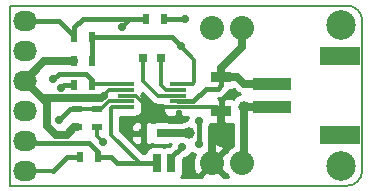
<source format=gbr>
G04 #@! TF.FileFunction,Copper,L1,Top,Signal*
%FSLAX46Y46*%
G04 Gerber Fmt 4.6, Leading zero omitted, Abs format (unit mm)*
G04 Created by KiCad (PCBNEW 4.0.4-stable) date 02/22/17 18:27:42*
%MOMM*%
%LPD*%
G01*
G04 APERTURE LIST*
%ADD10C,0.100000*%
%ADD11C,0.150000*%
%ADD12C,2.500000*%
%ADD13R,0.800000X0.750000*%
%ADD14R,0.762000X1.524000*%
%ADD15R,3.200000X0.995680*%
%ADD16R,3.200000X0.998220*%
%ADD17R,3.398520X1.498600*%
%ADD18R,3.395980X1.498600*%
%ADD19C,2.032000*%
%ADD20O,2.032000X2.032000*%
%ADD21O,2.032000X1.727200*%
%ADD22R,0.900000X0.500000*%
%ADD23R,0.500000X0.900000*%
%ADD24R,1.400000X0.300000*%
%ADD25R,1.700000X0.900000*%
%ADD26C,0.700000*%
%ADD27C,1.000000*%
%ADD28C,0.304800*%
%ADD29C,0.635000*%
%ADD30C,0.381000*%
%ADD31C,0.254000*%
G04 APERTURE END LIST*
D10*
D11*
X163830000Y-70485000D02*
X135255000Y-70485000D01*
X165100000Y-69215000D02*
X165100000Y-56515000D01*
X163830000Y-55245000D02*
X137160000Y-55245000D01*
X165100000Y-56515000D02*
G75*
G03X163830000Y-55245000I-1270000J0D01*
G01*
X163830000Y-70485000D02*
G75*
G03X165100000Y-69215000I0J1270000D01*
G01*
X137160000Y-55245000D02*
X135255000Y-55245000D01*
X135255000Y-55245000D02*
X135255000Y-70485000D01*
D12*
X163322000Y-56896000D03*
X163322000Y-68834000D03*
D13*
X146570000Y-66040000D03*
X148070000Y-66040000D03*
X146570000Y-59690000D03*
X148070000Y-59690000D03*
D14*
X148936000Y-68580000D03*
X147736000Y-68580000D03*
D15*
X157480000Y-63865760D03*
D16*
X157480000Y-61864240D03*
D17*
X163228020Y-66210180D03*
D18*
X163228020Y-59517280D03*
D19*
X152400000Y-57150000D03*
D20*
X154940000Y-57150000D03*
D19*
X152400000Y-68580000D03*
D20*
X154940000Y-68580000D03*
D21*
X136525000Y-69215000D03*
X136525000Y-66675000D03*
X136525000Y-64135000D03*
X136525000Y-61595000D03*
X136525000Y-59055000D03*
X136525000Y-56515000D03*
D22*
X140970000Y-64020000D03*
X140970000Y-65520000D03*
X142621000Y-65520000D03*
X142621000Y-64020000D03*
D23*
X142736000Y-68072000D03*
X141236000Y-68072000D03*
X142228000Y-59944000D03*
X140728000Y-59944000D03*
X142228000Y-57912000D03*
X140728000Y-57912000D03*
X142228000Y-61976000D03*
X140728000Y-61976000D03*
X146824000Y-56388000D03*
X148324000Y-56388000D03*
D24*
X149520000Y-63865000D03*
X149520000Y-63365000D03*
X149520000Y-62865000D03*
X149520000Y-62365000D03*
X149520000Y-61865000D03*
X145120000Y-61865000D03*
X145120000Y-62365000D03*
X145120000Y-62865000D03*
X145120000Y-63365000D03*
X145120000Y-63865000D03*
D25*
X153162000Y-64188000D03*
X153162000Y-61288000D03*
D26*
X143192500Y-62865000D03*
D27*
X155067000Y-63817500D03*
X150431500Y-66040000D03*
D26*
X139446000Y-64897000D03*
X149860000Y-67183000D03*
X143129000Y-66802000D03*
X149733000Y-58674000D03*
X144780000Y-57086500D03*
X151257000Y-65024000D03*
X151257000Y-66929000D03*
X150114000Y-56388000D03*
X139573000Y-62230000D03*
X138938000Y-61468000D03*
D28*
X146570000Y-66040000D02*
X146570000Y-65329500D01*
X148034500Y-63865000D02*
X149520000Y-63865000D01*
X146570000Y-65329500D02*
X148034500Y-63865000D01*
X145120000Y-62865000D02*
X145923000Y-62865000D01*
X146570000Y-63512000D02*
X146570000Y-66040000D01*
X145923000Y-62865000D02*
X146570000Y-63512000D01*
D29*
X153162000Y-64188000D02*
X153162000Y-66040000D01*
X152400000Y-66802000D02*
X152400000Y-68580000D01*
X153162000Y-66040000D02*
X152400000Y-66802000D01*
D28*
X149520000Y-63865000D02*
X152839000Y-63865000D01*
X152839000Y-63865000D02*
X153162000Y-64188000D01*
D29*
X140970000Y-65520000D02*
X140728000Y-65520000D01*
X140728000Y-65520000D02*
X140081000Y-66167000D01*
X140081000Y-66167000D02*
X139192000Y-66167000D01*
X139192000Y-66167000D02*
X138430000Y-65405000D01*
X138430000Y-65405000D02*
X138430000Y-63500000D01*
X138430000Y-63500000D02*
X136525000Y-61595000D01*
X139192000Y-63055500D02*
X137985500Y-63055500D01*
D28*
X137985500Y-63055500D02*
X136525000Y-61595000D01*
D29*
X140728000Y-59944000D02*
X138176000Y-59944000D01*
X138176000Y-59944000D02*
X136525000Y-61595000D01*
D28*
X143192500Y-62865000D02*
X143002000Y-63055500D01*
D29*
X143002000Y-63055500D02*
X142430500Y-63055500D01*
X155067000Y-63817500D02*
X155067000Y-68453000D01*
D28*
X155067000Y-68453000D02*
X154940000Y-68580000D01*
D29*
X157480000Y-63865760D02*
X155115260Y-63865760D01*
D28*
X155115260Y-63865760D02*
X155067000Y-63817500D01*
D29*
X150431500Y-66040000D02*
X148070000Y-66040000D01*
X140652500Y-63055500D02*
X139192000Y-63055500D01*
D28*
X139192000Y-63055500D02*
X138620500Y-63055500D01*
X140728000Y-59944000D02*
X139065000Y-59944000D01*
X145120000Y-62365000D02*
X143692500Y-62365000D01*
X143692500Y-62365000D02*
X143002000Y-63055500D01*
X143002000Y-63055500D02*
X142430500Y-63055500D01*
D29*
X142430500Y-63055500D02*
X140652500Y-63055500D01*
D28*
X149520000Y-62865000D02*
X147764500Y-62865000D01*
X146570000Y-61670500D02*
X146570000Y-59690000D01*
X147764500Y-62865000D02*
X146570000Y-61670500D01*
X148070000Y-59690000D02*
X148070000Y-61964000D01*
X148471000Y-62365000D02*
X149520000Y-62365000D01*
X148070000Y-61964000D02*
X148471000Y-62365000D01*
D30*
X140323000Y-64020000D02*
X140970000Y-64020000D01*
X139446000Y-64897000D02*
X140323000Y-64020000D01*
D28*
X140462000Y-64020000D02*
X142494000Y-64020000D01*
X145120000Y-63365000D02*
X143645000Y-63365000D01*
X143645000Y-63365000D02*
X142990000Y-64020000D01*
X142990000Y-64020000D02*
X142621000Y-64020000D01*
X142990000Y-64020000D02*
X142494000Y-64020000D01*
X143645000Y-63365000D02*
X142990000Y-64020000D01*
X148936000Y-68580000D02*
X148936000Y-68107000D01*
D30*
X148936000Y-68107000D02*
X149860000Y-67183000D01*
D28*
X142621000Y-65520000D02*
X142621000Y-66294000D01*
X142621000Y-66294000D02*
X143129000Y-66802000D01*
D30*
X139192000Y-66865500D02*
X136715500Y-66865500D01*
D28*
X136715500Y-66865500D02*
X136525000Y-66675000D01*
X142736000Y-68072000D02*
X142736000Y-67679000D01*
D30*
X142736000Y-67679000D02*
X141922500Y-66865500D01*
X141922500Y-66865500D02*
X139192000Y-66865500D01*
D28*
X139192000Y-66865500D02*
X137350500Y-66865500D01*
X137350500Y-66865500D02*
X137160000Y-66675000D01*
D30*
X147736000Y-68580000D02*
X144335500Y-68580000D01*
X143827500Y-68072000D02*
X142736000Y-68072000D01*
X144335500Y-68580000D02*
X143827500Y-68072000D01*
D28*
X145120000Y-63865000D02*
X143907000Y-63865000D01*
X146240500Y-68580000D02*
X147736000Y-68580000D01*
X143827500Y-66167000D02*
X146240500Y-68580000D01*
X143827500Y-63944500D02*
X143827500Y-66167000D01*
X143907000Y-63865000D02*
X143827500Y-63944500D01*
X149733000Y-58674000D02*
X150876000Y-59817000D01*
X150733000Y-61865000D02*
X149520000Y-61865000D01*
X150733000Y-61865000D02*
X150876000Y-61722000D01*
X150876000Y-61722000D02*
X150876000Y-59817000D01*
D30*
X148717000Y-57912000D02*
X148971000Y-57912000D01*
X148971000Y-57912000D02*
X149733000Y-58674000D01*
X142228000Y-59944000D02*
X142228000Y-57912000D01*
X148717000Y-57912000D02*
X142228000Y-57912000D01*
X138049000Y-56515000D02*
X136525000Y-56515000D01*
D28*
X146824000Y-56388000D02*
X145478500Y-56388000D01*
X145478500Y-56388000D02*
X144780000Y-57086500D01*
D30*
X140728000Y-57912000D02*
X140728000Y-57074500D01*
X141414500Y-56388000D02*
X146824000Y-56388000D01*
X140728000Y-57074500D02*
X141414500Y-56388000D01*
D28*
X140728000Y-57912000D02*
X140728000Y-57797000D01*
D30*
X140728000Y-57797000D02*
X139446000Y-56515000D01*
X139446000Y-56515000D02*
X138049000Y-56515000D01*
D28*
X138049000Y-56515000D02*
X137160000Y-56515000D01*
D29*
X157480000Y-61864240D02*
X155082240Y-61864240D01*
X154506000Y-61288000D02*
X153162000Y-61288000D01*
X155082240Y-61864240D02*
X154506000Y-61288000D01*
X153162000Y-61288000D02*
X153162000Y-60515500D01*
X154940000Y-58737500D02*
X154940000Y-57150000D01*
X153162000Y-60515500D02*
X154940000Y-58737500D01*
D30*
X149520000Y-63365000D02*
X150757000Y-63365000D01*
X153162000Y-61976000D02*
X153162000Y-61288000D01*
X152844500Y-62293500D02*
X153162000Y-61976000D01*
X151828500Y-62293500D02*
X152844500Y-62293500D01*
X150757000Y-63365000D02*
X151828500Y-62293500D01*
X151257000Y-66929000D02*
X151257000Y-65024000D01*
X150114000Y-56388000D02*
X148324000Y-56388000D01*
D28*
X137668000Y-69215000D02*
X136525000Y-69215000D01*
D30*
X139827000Y-61976000D02*
X139573000Y-62230000D01*
X140728000Y-61976000D02*
X139827000Y-61976000D01*
D28*
X137160000Y-69215000D02*
X137668000Y-69215000D01*
X137668000Y-69215000D02*
X138938000Y-69215000D01*
D30*
X140081000Y-68072000D02*
X141236000Y-68072000D01*
X138938000Y-69215000D02*
X140081000Y-68072000D01*
X139827000Y-61023500D02*
X139382500Y-61023500D01*
X141668500Y-61023500D02*
X139827000Y-61023500D01*
X142228000Y-61583000D02*
X141668500Y-61023500D01*
X139382500Y-61023500D02*
X138938000Y-61468000D01*
D28*
X142228000Y-61976000D02*
X142228000Y-61583000D01*
X145120000Y-61865000D02*
X142339000Y-61865000D01*
X142339000Y-61865000D02*
X142228000Y-61976000D01*
D31*
G36*
X154408720Y-62537759D02*
X154625046Y-62682303D01*
X154708030Y-62737751D01*
X154424914Y-62854733D01*
X154165098Y-63114096D01*
X154138310Y-63103000D01*
X153447750Y-63103000D01*
X153289000Y-63261750D01*
X153289000Y-64061000D01*
X153309000Y-64061000D01*
X153309000Y-64315000D01*
X153289000Y-64315000D01*
X153289000Y-65114250D01*
X153447750Y-65273000D01*
X154114500Y-65273000D01*
X154114500Y-67151750D01*
X153772567Y-67380222D01*
X153615785Y-67614863D01*
X153564107Y-67595498D01*
X152579605Y-68580000D01*
X153564107Y-69564502D01*
X153615785Y-69545137D01*
X153769374Y-69775000D01*
X153372925Y-69775000D01*
X153384502Y-69744107D01*
X152400000Y-68759605D01*
X151415498Y-69744107D01*
X151427075Y-69775000D01*
X149789684Y-69775000D01*
X149913431Y-69593890D01*
X149964440Y-69342000D01*
X149964440Y-68245994D01*
X150042275Y-68168159D01*
X150055069Y-68168170D01*
X150417229Y-68018529D01*
X150685503Y-67750722D01*
X150698314Y-67763555D01*
X150909600Y-67851288D01*
X150738184Y-68311642D01*
X150761986Y-68968019D01*
X150967378Y-69463880D01*
X151235893Y-69564502D01*
X152220395Y-68580000D01*
X152206253Y-68565858D01*
X152385858Y-68386253D01*
X152400000Y-68400395D01*
X153384502Y-67415893D01*
X153283880Y-67147378D01*
X152668358Y-66918184D01*
X152241996Y-66933645D01*
X152242170Y-66733931D01*
X152092529Y-66371771D01*
X152082500Y-66361725D01*
X152082500Y-65591725D01*
X152091555Y-65582686D01*
X152220148Y-65273000D01*
X152876250Y-65273000D01*
X153035000Y-65114250D01*
X153035000Y-64315000D01*
X153015000Y-64315000D01*
X153015000Y-64061000D01*
X153035000Y-64061000D01*
X153035000Y-63261750D01*
X152884328Y-63111078D01*
X153160406Y-63056163D01*
X153428217Y-62877217D01*
X153745717Y-62559717D01*
X153862165Y-62385440D01*
X154012000Y-62385440D01*
X154217697Y-62346735D01*
X154408720Y-62537759D01*
X154408720Y-62537759D01*
G37*
X154408720Y-62537759D02*
X154625046Y-62682303D01*
X154708030Y-62737751D01*
X154424914Y-62854733D01*
X154165098Y-63114096D01*
X154138310Y-63103000D01*
X153447750Y-63103000D01*
X153289000Y-63261750D01*
X153289000Y-64061000D01*
X153309000Y-64061000D01*
X153309000Y-64315000D01*
X153289000Y-64315000D01*
X153289000Y-65114250D01*
X153447750Y-65273000D01*
X154114500Y-65273000D01*
X154114500Y-67151750D01*
X153772567Y-67380222D01*
X153615785Y-67614863D01*
X153564107Y-67595498D01*
X152579605Y-68580000D01*
X153564107Y-69564502D01*
X153615785Y-69545137D01*
X153769374Y-69775000D01*
X153372925Y-69775000D01*
X153384502Y-69744107D01*
X152400000Y-68759605D01*
X151415498Y-69744107D01*
X151427075Y-69775000D01*
X149789684Y-69775000D01*
X149913431Y-69593890D01*
X149964440Y-69342000D01*
X149964440Y-68245994D01*
X150042275Y-68168159D01*
X150055069Y-68168170D01*
X150417229Y-68018529D01*
X150685503Y-67750722D01*
X150698314Y-67763555D01*
X150909600Y-67851288D01*
X150738184Y-68311642D01*
X150761986Y-68968019D01*
X150967378Y-69463880D01*
X151235893Y-69564502D01*
X152220395Y-68580000D01*
X152206253Y-68565858D01*
X152385858Y-68386253D01*
X152400000Y-68400395D01*
X153384502Y-67415893D01*
X153283880Y-67147378D01*
X152668358Y-66918184D01*
X152241996Y-66933645D01*
X152242170Y-66733931D01*
X152092529Y-66371771D01*
X152082500Y-66361725D01*
X152082500Y-65591725D01*
X152091555Y-65582686D01*
X152220148Y-65273000D01*
X152876250Y-65273000D01*
X153035000Y-65114250D01*
X153035000Y-64315000D01*
X153015000Y-64315000D01*
X153015000Y-64061000D01*
X153035000Y-64061000D01*
X153035000Y-63261750D01*
X152884328Y-63111078D01*
X153160406Y-63056163D01*
X153428217Y-62877217D01*
X153745717Y-62559717D01*
X153862165Y-62385440D01*
X154012000Y-62385440D01*
X154217697Y-62346735D01*
X154408720Y-62537759D01*
G36*
X147207724Y-63421776D02*
X147463175Y-63592463D01*
X147764500Y-63652400D01*
X148198414Y-63652400D01*
X148216838Y-63750317D01*
X148340796Y-63942954D01*
X148185000Y-64098750D01*
X148185000Y-64141310D01*
X148281673Y-64374699D01*
X148460302Y-64553327D01*
X148693691Y-64650000D01*
X149234250Y-64650000D01*
X149393000Y-64491250D01*
X149393000Y-64165238D01*
X149520000Y-64190500D01*
X149647000Y-64190500D01*
X149647000Y-64491250D01*
X149805750Y-64650000D01*
X150345757Y-64650000D01*
X150272172Y-64827212D01*
X150272104Y-64904860D01*
X150206725Y-64904803D01*
X149789414Y-65077233D01*
X149779129Y-65087500D01*
X148749596Y-65087500D01*
X148721890Y-65068569D01*
X148470000Y-65017560D01*
X147670000Y-65017560D01*
X147434683Y-65061838D01*
X147331354Y-65128329D01*
X147329698Y-65126673D01*
X147096309Y-65030000D01*
X146855750Y-65030000D01*
X146697000Y-65188750D01*
X146697000Y-65913000D01*
X146717000Y-65913000D01*
X146717000Y-66167000D01*
X146697000Y-66167000D01*
X146697000Y-66891250D01*
X146855750Y-67050000D01*
X147096309Y-67050000D01*
X147329698Y-66953327D01*
X147331068Y-66951957D01*
X147418110Y-67011431D01*
X147670000Y-67062440D01*
X148470000Y-67062440D01*
X148705317Y-67018162D01*
X148745197Y-66992500D01*
X148875167Y-66992500D01*
X148875160Y-67000407D01*
X148705006Y-67170560D01*
X148555000Y-67170560D01*
X148327960Y-67213281D01*
X148117000Y-67170560D01*
X147355000Y-67170560D01*
X147119683Y-67214838D01*
X146903559Y-67353910D01*
X146758569Y-67566110D01*
X146720419Y-67754500D01*
X146528552Y-67754500D01*
X145099802Y-66325750D01*
X145535000Y-66325750D01*
X145535000Y-66541310D01*
X145631673Y-66774699D01*
X145810302Y-66953327D01*
X146043691Y-67050000D01*
X146284250Y-67050000D01*
X146443000Y-66891250D01*
X146443000Y-66167000D01*
X145693750Y-66167000D01*
X145535000Y-66325750D01*
X145099802Y-66325750D01*
X144614900Y-65840848D01*
X144614900Y-65538690D01*
X145535000Y-65538690D01*
X145535000Y-65754250D01*
X145693750Y-65913000D01*
X146443000Y-65913000D01*
X146443000Y-65188750D01*
X146284250Y-65030000D01*
X146043691Y-65030000D01*
X145810302Y-65126673D01*
X145631673Y-65305301D01*
X145535000Y-65538690D01*
X144614900Y-65538690D01*
X144614900Y-64662440D01*
X145820000Y-64662440D01*
X146055317Y-64618162D01*
X146271441Y-64479090D01*
X146416431Y-64266890D01*
X146467440Y-64015000D01*
X146467440Y-63715000D01*
X146447933Y-63611329D01*
X146467440Y-63515000D01*
X146467440Y-63215000D01*
X146454020Y-63143677D01*
X146455000Y-63141310D01*
X146455000Y-63098750D01*
X146443379Y-63087129D01*
X146423162Y-62979683D01*
X146349380Y-62865022D01*
X146416431Y-62766890D01*
X146439402Y-62653454D01*
X147207724Y-63421776D01*
X147207724Y-63421776D01*
G37*
X147207724Y-63421776D02*
X147463175Y-63592463D01*
X147764500Y-63652400D01*
X148198414Y-63652400D01*
X148216838Y-63750317D01*
X148340796Y-63942954D01*
X148185000Y-64098750D01*
X148185000Y-64141310D01*
X148281673Y-64374699D01*
X148460302Y-64553327D01*
X148693691Y-64650000D01*
X149234250Y-64650000D01*
X149393000Y-64491250D01*
X149393000Y-64165238D01*
X149520000Y-64190500D01*
X149647000Y-64190500D01*
X149647000Y-64491250D01*
X149805750Y-64650000D01*
X150345757Y-64650000D01*
X150272172Y-64827212D01*
X150272104Y-64904860D01*
X150206725Y-64904803D01*
X149789414Y-65077233D01*
X149779129Y-65087500D01*
X148749596Y-65087500D01*
X148721890Y-65068569D01*
X148470000Y-65017560D01*
X147670000Y-65017560D01*
X147434683Y-65061838D01*
X147331354Y-65128329D01*
X147329698Y-65126673D01*
X147096309Y-65030000D01*
X146855750Y-65030000D01*
X146697000Y-65188750D01*
X146697000Y-65913000D01*
X146717000Y-65913000D01*
X146717000Y-66167000D01*
X146697000Y-66167000D01*
X146697000Y-66891250D01*
X146855750Y-67050000D01*
X147096309Y-67050000D01*
X147329698Y-66953327D01*
X147331068Y-66951957D01*
X147418110Y-67011431D01*
X147670000Y-67062440D01*
X148470000Y-67062440D01*
X148705317Y-67018162D01*
X148745197Y-66992500D01*
X148875167Y-66992500D01*
X148875160Y-67000407D01*
X148705006Y-67170560D01*
X148555000Y-67170560D01*
X148327960Y-67213281D01*
X148117000Y-67170560D01*
X147355000Y-67170560D01*
X147119683Y-67214838D01*
X146903559Y-67353910D01*
X146758569Y-67566110D01*
X146720419Y-67754500D01*
X146528552Y-67754500D01*
X145099802Y-66325750D01*
X145535000Y-66325750D01*
X145535000Y-66541310D01*
X145631673Y-66774699D01*
X145810302Y-66953327D01*
X146043691Y-67050000D01*
X146284250Y-67050000D01*
X146443000Y-66891250D01*
X146443000Y-66167000D01*
X145693750Y-66167000D01*
X145535000Y-66325750D01*
X145099802Y-66325750D01*
X144614900Y-65840848D01*
X144614900Y-65538690D01*
X145535000Y-65538690D01*
X145535000Y-65754250D01*
X145693750Y-65913000D01*
X146443000Y-65913000D01*
X146443000Y-65188750D01*
X146284250Y-65030000D01*
X146043691Y-65030000D01*
X145810302Y-65126673D01*
X145631673Y-65305301D01*
X145535000Y-65538690D01*
X144614900Y-65538690D01*
X144614900Y-64662440D01*
X145820000Y-64662440D01*
X146055317Y-64618162D01*
X146271441Y-64479090D01*
X146416431Y-64266890D01*
X146467440Y-64015000D01*
X146467440Y-63715000D01*
X146447933Y-63611329D01*
X146467440Y-63515000D01*
X146467440Y-63215000D01*
X146454020Y-63143677D01*
X146455000Y-63141310D01*
X146455000Y-63098750D01*
X146443379Y-63087129D01*
X146423162Y-62979683D01*
X146349380Y-62865022D01*
X146416431Y-62766890D01*
X146439402Y-62653454D01*
X147207724Y-63421776D01*
M02*

</source>
